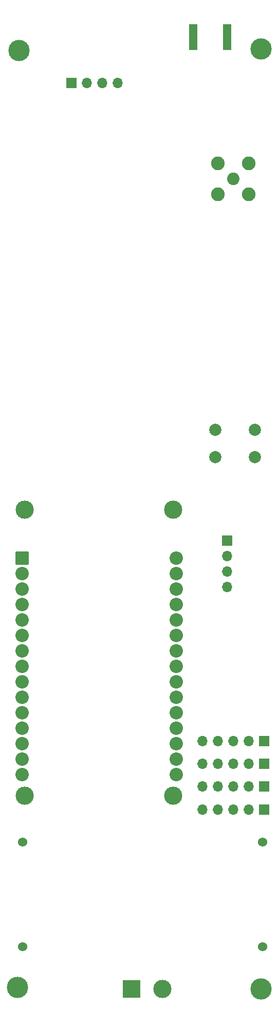
<source format=gbs>
%TF.GenerationSoftware,KiCad,Pcbnew,7.0.9*%
%TF.CreationDate,2024-09-21T10:37:03-07:00*%
%TF.ProjectId,DIY Meshtastic 1W Node,44495920-4d65-4736-9874-617374696320,1.0*%
%TF.SameCoordinates,Original*%
%TF.FileFunction,Soldermask,Bot*%
%TF.FilePolarity,Negative*%
%FSLAX46Y46*%
G04 Gerber Fmt 4.6, Leading zero omitted, Abs format (unit mm)*
G04 Created by KiCad (PCBNEW 7.0.9) date 2024-09-21 10:37:03*
%MOMM*%
%LPD*%
G01*
G04 APERTURE LIST*
G04 Aperture macros list*
%AMRoundRect*
0 Rectangle with rounded corners*
0 $1 Rounding radius*
0 $2 $3 $4 $5 $6 $7 $8 $9 X,Y pos of 4 corners*
0 Add a 4 corners polygon primitive as box body*
4,1,4,$2,$3,$4,$5,$6,$7,$8,$9,$2,$3,0*
0 Add four circle primitives for the rounded corners*
1,1,$1+$1,$2,$3*
1,1,$1+$1,$4,$5*
1,1,$1+$1,$6,$7*
1,1,$1+$1,$8,$9*
0 Add four rect primitives between the rounded corners*
20,1,$1+$1,$2,$3,$4,$5,0*
20,1,$1+$1,$4,$5,$6,$7,0*
20,1,$1+$1,$6,$7,$8,$9,0*
20,1,$1+$1,$8,$9,$2,$3,0*%
G04 Aperture macros list end*
%ADD10C,2.204000*%
%ADD11RoundRect,0.102000X-1.000000X-1.000000X1.000000X-1.000000X1.000000X1.000000X-1.000000X1.000000X0*%
%ADD12C,3.000000*%
%ADD13C,3.500000*%
%ADD14R,1.700000X1.700000*%
%ADD15O,1.700000X1.700000*%
%ADD16R,1.350000X4.200000*%
%ADD17R,3.000000X3.000000*%
%ADD18C,1.524000*%
%ADD19C,2.000000*%
%ADD20C,2.050000*%
%ADD21C,2.250000*%
G04 APERTURE END LIST*
D10*
%TO.C,U1*%
X129286000Y-118196000D03*
X129286000Y-120736000D03*
X129286000Y-123276000D03*
X129286000Y-125816000D03*
X129286000Y-128356000D03*
X129286000Y-130896000D03*
X129286000Y-133436000D03*
X129286000Y-135976000D03*
X129286000Y-138516000D03*
X129286000Y-141056000D03*
X129286000Y-143596000D03*
X129286000Y-146136000D03*
X129286000Y-148676000D03*
X129286000Y-151216000D03*
X129286000Y-153756000D03*
X103886000Y-153756000D03*
X103886000Y-151216000D03*
X103886000Y-148676000D03*
X103886000Y-146136000D03*
X103886000Y-143596000D03*
X103886000Y-141056000D03*
X103886000Y-138516000D03*
X103886000Y-135976000D03*
X103886000Y-133436000D03*
X103886000Y-130896000D03*
X103886000Y-128356000D03*
X103886000Y-125816000D03*
X103886000Y-123276000D03*
X103886000Y-120736000D03*
D11*
X103886000Y-118196000D03*
D12*
X128816000Y-157186000D03*
X128816000Y-110236000D03*
X104306000Y-157186000D03*
X104306000Y-110236000D03*
%TD*%
D13*
%TO.C,REF\u002A\u002A*%
X143256000Y-34544000D03*
%TD*%
%TO.C,REF\u002A\u002A*%
X103378000Y-34798000D03*
%TD*%
%TO.C,REF\u002A\u002A*%
X143256000Y-188976000D03*
%TD*%
%TO.C,REF\u002A\u002A*%
X103124000Y-188722000D03*
%TD*%
D14*
%TO.C,J6*%
X143764000Y-159495040D03*
D15*
X141224000Y-159495040D03*
X138684000Y-159495040D03*
X136144000Y-159495040D03*
X133604000Y-159495040D03*
%TD*%
D14*
%TO.C,J5*%
X143764000Y-155702000D03*
D15*
X141224000Y-155702000D03*
X138684000Y-155702000D03*
X136144000Y-155702000D03*
X133604000Y-155702000D03*
%TD*%
D14*
%TO.C,J4*%
X143764000Y-151956960D03*
D15*
X141224000Y-151956960D03*
X138684000Y-151956960D03*
X136144000Y-151956960D03*
X133604000Y-151956960D03*
%TD*%
D14*
%TO.C,J3*%
X143764000Y-148259920D03*
D15*
X141224000Y-148259920D03*
X138684000Y-148259920D03*
X136144000Y-148259920D03*
X133604000Y-148259920D03*
%TD*%
D14*
%TO.C,J2*%
X112014000Y-40132000D03*
D15*
X114554000Y-40132000D03*
X117094000Y-40132000D03*
X119634000Y-40132000D03*
%TD*%
D14*
%TO.C,J1*%
X137668000Y-115316000D03*
D15*
X137668000Y-117856000D03*
X137668000Y-120396000D03*
X137668000Y-122936000D03*
%TD*%
D16*
%TO.C,J8*%
X137730000Y-32602500D03*
X132080000Y-32602500D03*
%TD*%
D17*
%TO.C,J9*%
X121920000Y-188976000D03*
D12*
X127000000Y-188976000D03*
%TD*%
D18*
%TO.C,U3*%
X104013000Y-182046000D03*
X104013000Y-164846000D03*
X143573000Y-182046000D03*
X143573000Y-164846000D03*
%TD*%
D19*
%TO.C,SW1*%
X142240000Y-101600000D03*
X135740000Y-101600000D03*
X142240000Y-97100000D03*
X135740000Y-97100000D03*
%TD*%
D20*
%TO.C,J7*%
X138684000Y-55880000D03*
D21*
X136144000Y-53340000D03*
X136144000Y-58420000D03*
X141224000Y-53340000D03*
X141224000Y-58420000D03*
%TD*%
M02*

</source>
